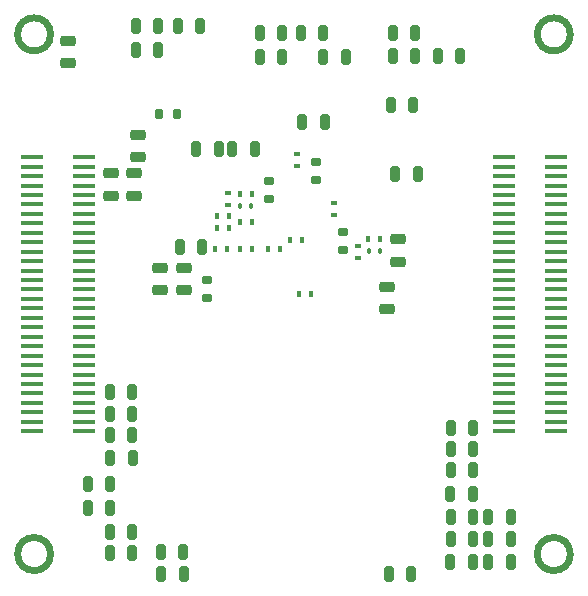
<source format=gbr>
%TF.GenerationSoftware,KiCad,Pcbnew,8.0.1*%
%TF.CreationDate,2024-05-09T15:37:21+08:00*%
%TF.ProjectId,ProDocument_ZYNQ7020_V1_2024-04-10,50726f44-6f63-4756-9d65-6e745f5a594e,rev?*%
%TF.SameCoordinates,Original*%
%TF.FileFunction,Paste,Bot*%
%TF.FilePolarity,Positive*%
%FSLAX46Y46*%
G04 Gerber Fmt 4.6, Leading zero omitted, Abs format (unit mm)*
G04 Created by KiCad (PCBNEW 8.0.1) date 2024-05-09 15:37:21*
%MOMM*%
%LPD*%
G01*
G04 APERTURE LIST*
G04 Aperture macros list*
%AMRoundRect*
0 Rectangle with rounded corners*
0 $1 Rounding radius*
0 $2 $3 $4 $5 $6 $7 $8 $9 X,Y pos of 4 corners*
0 Add a 4 corners polygon primitive as box body*
4,1,4,$2,$3,$4,$5,$6,$7,$8,$9,$2,$3,0*
0 Add four circle primitives for the rounded corners*
1,1,$1+$1,$2,$3*
1,1,$1+$1,$4,$5*
1,1,$1+$1,$6,$7*
1,1,$1+$1,$8,$9*
0 Add four rect primitives between the rounded corners*
20,1,$1+$1,$2,$3,$4,$5,0*
20,1,$1+$1,$4,$5,$6,$7,0*
20,1,$1+$1,$6,$7,$8,$9,0*
20,1,$1+$1,$8,$9,$2,$3,0*%
G04 Aperture macros list end*
%ADD10C,0.600000*%
%ADD11RoundRect,0.096900X-0.096900X-0.146900X0.096900X-0.146900X0.096900X0.146900X-0.096900X0.146900X0*%
%ADD12RoundRect,0.211900X-0.211900X-0.436900X0.211900X-0.436900X0.211900X0.436900X-0.211900X0.436900X0*%
%ADD13RoundRect,0.211900X0.211900X0.436900X-0.211900X0.436900X-0.211900X-0.436900X0.211900X-0.436900X0*%
%ADD14RoundRect,0.211900X0.436900X-0.211900X0.436900X0.211900X-0.436900X0.211900X-0.436900X-0.211900X0*%
%ADD15RoundRect,0.211900X-0.436900X0.211900X-0.436900X-0.211900X0.436900X-0.211900X0.436900X0.211900X0*%
%ADD16RoundRect,0.096900X0.096900X0.146900X-0.096900X0.146900X-0.096900X-0.146900X0.096900X-0.146900X0*%
%ADD17RoundRect,0.096900X-0.146900X0.096900X-0.146900X-0.096900X0.146900X-0.096900X0.146900X0.096900X0*%
%ADD18RoundRect,0.186900X0.186900X0.211900X-0.186900X0.211900X-0.186900X-0.211900X0.186900X-0.211900X0*%
%ADD19RoundRect,0.186900X-0.211900X0.186900X-0.211900X-0.186900X0.211900X-0.186900X0.211900X0.186900X0*%
%ADD20RoundRect,0.186900X0.211900X-0.186900X0.211900X0.186900X-0.211900X0.186900X-0.211900X-0.186900X0*%
%ADD21RoundRect,0.096900X0.146900X-0.096900X0.146900X0.096900X-0.146900X0.096900X-0.146900X-0.096900X0*%
%ADD22RoundRect,0.101900X-0.101900X-0.131900X0.101900X-0.131900X0.101900X0.131900X-0.101900X0.131900X0*%
%ADD23R,1.847600X0.347600*%
G04 APERTURE END LIST*
D10*
X164179203Y-99310797D02*
G75*
G02*
X161379203Y-99310797I-1400000J0D01*
G01*
X161379203Y-99310797D02*
G75*
G02*
X164179203Y-99310797I1400000J0D01*
G01*
X164179203Y-55310797D02*
G75*
G02*
X161379203Y-55310797I-1400000J0D01*
G01*
X161379203Y-55310797D02*
G75*
G02*
X164179203Y-55310797I1400000J0D01*
G01*
X208179203Y-99310797D02*
G75*
G02*
X205379203Y-99310797I-1400000J0D01*
G01*
X205379203Y-99310797D02*
G75*
G02*
X208179203Y-99310797I1400000J0D01*
G01*
X208179203Y-55310797D02*
G75*
G02*
X205379203Y-55310797I-1400000J0D01*
G01*
X205379203Y-55310797D02*
G75*
G02*
X208179203Y-55310797I1400000J0D01*
G01*
D11*
%TO.C,R20*%
X180179203Y-73510797D03*
X181199201Y-73510797D03*
%TD*%
D12*
%TO.C,C16*%
X169205203Y-97410797D03*
X171105203Y-97410797D03*
%TD*%
D13*
%TO.C,C24*%
X199953203Y-90410797D03*
X198053203Y-90410797D03*
%TD*%
D12*
%TO.C,C50*%
X185379203Y-55190254D03*
X187279203Y-55190254D03*
%TD*%
D14*
%TO.C,C47*%
X193579202Y-74560798D03*
X193579202Y-72660798D03*
%TD*%
D15*
%TO.C,C53*%
X171279204Y-67059296D03*
X171279204Y-68959296D03*
%TD*%
D12*
%TO.C,C36*%
X198027703Y-94210797D03*
X199927703Y-94210797D03*
%TD*%
D16*
%TO.C,R38*%
X181199202Y-68810797D03*
X180179204Y-68810797D03*
%TD*%
D15*
%TO.C,C78*%
X165679203Y-55860798D03*
X165679203Y-57760796D03*
%TD*%
D13*
%TO.C,C59*%
X195266348Y-67090254D03*
X193366348Y-67090254D03*
%TD*%
D12*
%TO.C,C70*%
X171379203Y-56610797D03*
X173279203Y-56610797D03*
%TD*%
D17*
%TO.C,R82*%
X185079203Y-65400798D03*
X185079203Y-66420796D03*
%TD*%
D12*
%TO.C,C19*%
X169205203Y-85610797D03*
X171105203Y-85610797D03*
%TD*%
%TO.C,C35*%
X201227702Y-98010798D03*
X203127702Y-98010798D03*
%TD*%
D13*
%TO.C,C43*%
X169229203Y-93410797D03*
X167329203Y-93410797D03*
%TD*%
D12*
%TO.C,C60*%
X175118348Y-73290254D03*
X177018348Y-73290254D03*
%TD*%
D13*
%TO.C,C30*%
X199953204Y-96210797D03*
X198053204Y-96210797D03*
%TD*%
%TO.C,C69*%
X176829202Y-54610797D03*
X174929204Y-54610797D03*
%TD*%
D11*
%TO.C,R28*%
X178079203Y-73510797D03*
X179099201Y-73510797D03*
%TD*%
%TO.C,R3*%
X191069204Y-72610797D03*
X192089202Y-72610797D03*
%TD*%
D15*
%TO.C,C63*%
X171592348Y-63816254D03*
X171592348Y-65716254D03*
%TD*%
D13*
%TO.C,C58*%
X194866348Y-61290254D03*
X192966348Y-61290254D03*
%TD*%
D18*
%TO.C,C44*%
X174867348Y-62090254D03*
X173317348Y-62090254D03*
%TD*%
D12*
%TO.C,C40*%
X192827704Y-101010797D03*
X194727704Y-101010797D03*
%TD*%
%TO.C,C68*%
X171379203Y-54610797D03*
X173279203Y-54610797D03*
%TD*%
%TO.C,C75*%
X176529204Y-65010797D03*
X178429204Y-65010797D03*
%TD*%
D13*
%TO.C,C33*%
X175453203Y-101010797D03*
X173553203Y-101010797D03*
%TD*%
D19*
%TO.C,C71*%
X186679203Y-66110797D03*
X186679203Y-67660797D03*
%TD*%
D15*
%TO.C,C82*%
X175479204Y-75060798D03*
X175479204Y-76960798D03*
%TD*%
D13*
%TO.C,C49*%
X183779203Y-57210797D03*
X181879203Y-57210797D03*
%TD*%
D11*
%TO.C,R37*%
X180179203Y-71210797D03*
X181199201Y-71210797D03*
%TD*%
D13*
%TO.C,C23*%
X199953203Y-88610797D03*
X198053203Y-88610797D03*
%TD*%
D11*
%TO.C,R2*%
X184459205Y-72710797D03*
X185479203Y-72710797D03*
%TD*%
D20*
%TO.C,C73*%
X182692348Y-69240254D03*
X182692348Y-67690254D03*
%TD*%
D21*
%TO.C,R1*%
X188179203Y-70630795D03*
X188179203Y-69610797D03*
%TD*%
D22*
%TO.C,C1*%
X191099203Y-73610798D03*
X192059203Y-73610798D03*
%TD*%
D13*
%TO.C,C74*%
X181453204Y-65010797D03*
X179553204Y-65010797D03*
%TD*%
%TO.C,C42*%
X171130704Y-91210797D03*
X169230704Y-91210797D03*
%TD*%
D12*
%TO.C,C27*%
X187279203Y-57210797D03*
X189179201Y-57210797D03*
%TD*%
D11*
%TO.C,R33*%
X178259205Y-70710797D03*
X179279203Y-70710797D03*
%TD*%
D21*
%TO.C,R34*%
X179179203Y-69730795D03*
X179179203Y-68710797D03*
%TD*%
D12*
%TO.C,C15*%
X169201709Y-99251298D03*
X171101709Y-99251298D03*
%TD*%
D20*
%TO.C,C21*%
X177392348Y-77665254D03*
X177392348Y-76115254D03*
%TD*%
D23*
%TO.C,CN1*%
X206979203Y-88910797D03*
X202579203Y-88910797D03*
X206979203Y-88110797D03*
X202579203Y-88110797D03*
X206979203Y-87310797D03*
X202579203Y-87310797D03*
X206979203Y-86510796D03*
X202579203Y-86510796D03*
X206979203Y-85710797D03*
X202579203Y-85710797D03*
X206979202Y-84910797D03*
X202579204Y-84910797D03*
X206979203Y-84110797D03*
X202579203Y-84110797D03*
X206979203Y-83310797D03*
X202579203Y-83310797D03*
X206979203Y-82510797D03*
X202579203Y-82510797D03*
X206979203Y-81710797D03*
X202579203Y-81710797D03*
X206979203Y-80910796D03*
X202579203Y-80910796D03*
X206979203Y-80110797D03*
X202579203Y-80110797D03*
X206979202Y-79310797D03*
X202579204Y-79310797D03*
X206979203Y-78510797D03*
X202579203Y-78510797D03*
X206979203Y-77710797D03*
X202579203Y-77710797D03*
X206979203Y-76910797D03*
X202579203Y-76910797D03*
X206979203Y-76110797D03*
X202579203Y-76110797D03*
X206979202Y-75310797D03*
X202579204Y-75310797D03*
X206979203Y-74510797D03*
X202579203Y-74510797D03*
X206979203Y-73710798D03*
X202579203Y-73710798D03*
X206979203Y-72910797D03*
X202579203Y-72910797D03*
X206979203Y-72110797D03*
X202579203Y-72110797D03*
X206979203Y-71310797D03*
X202579203Y-71310797D03*
X206979203Y-70510797D03*
X202579203Y-70510797D03*
X206979202Y-69710797D03*
X202579204Y-69710797D03*
X206979203Y-68910797D03*
X202579203Y-68910797D03*
X206979203Y-68110798D03*
X202579203Y-68110798D03*
X206979203Y-67310797D03*
X202579203Y-67310797D03*
X206979203Y-66510797D03*
X202579203Y-66510797D03*
X206979203Y-65710797D03*
X202579203Y-65710797D03*
%TD*%
D12*
%TO.C,C39*%
X173529203Y-99110798D03*
X175429203Y-99110798D03*
%TD*%
D22*
%TO.C,C48*%
X180179205Y-69810797D03*
X181139205Y-69810797D03*
%TD*%
D12*
%TO.C,C18*%
X169205204Y-87410797D03*
X171105204Y-87410797D03*
%TD*%
D13*
%TO.C,C26*%
X199953203Y-98010798D03*
X198053203Y-98010798D03*
%TD*%
D12*
%TO.C,C62*%
X193155204Y-55160797D03*
X195055204Y-55160797D03*
%TD*%
D15*
%TO.C,C61*%
X173479203Y-75060797D03*
X173479203Y-76960797D03*
%TD*%
D16*
%TO.C,R36*%
X179279202Y-71710797D03*
X178259204Y-71710797D03*
%TD*%
D12*
%TO.C,C76*%
X181879203Y-55190254D03*
X183779203Y-55190254D03*
%TD*%
%TO.C,C17*%
X169205204Y-89210798D03*
X171105204Y-89210798D03*
%TD*%
D21*
%TO.C,R6*%
X190179203Y-74220796D03*
X190179203Y-73200798D03*
%TD*%
D12*
%TO.C,C65*%
X193155203Y-57110797D03*
X195055203Y-57110797D03*
%TD*%
D19*
%TO.C,C22*%
X188892348Y-72015254D03*
X188892348Y-73565254D03*
%TD*%
D23*
%TO.C,CN2*%
X166979203Y-88910797D03*
X162579203Y-88910797D03*
X166979203Y-88110797D03*
X162579203Y-88110797D03*
X166979203Y-87310797D03*
X162579203Y-87310797D03*
X166979203Y-86510796D03*
X162579203Y-86510796D03*
X166979203Y-85710797D03*
X162579203Y-85710797D03*
X166979202Y-84910797D03*
X162579204Y-84910797D03*
X166979203Y-84110797D03*
X162579203Y-84110797D03*
X166979203Y-83310797D03*
X162579203Y-83310797D03*
X166979203Y-82510797D03*
X162579203Y-82510797D03*
X166979203Y-81710797D03*
X162579203Y-81710797D03*
X166979203Y-80910796D03*
X162579203Y-80910796D03*
X166979203Y-80110797D03*
X162579203Y-80110797D03*
X166979202Y-79310797D03*
X162579204Y-79310797D03*
X166979203Y-78510797D03*
X162579203Y-78510797D03*
X166979203Y-77710797D03*
X162579203Y-77710797D03*
X166979203Y-76910797D03*
X162579203Y-76910797D03*
X166979203Y-76110797D03*
X162579203Y-76110797D03*
X166979202Y-75310797D03*
X162579204Y-75310797D03*
X166979203Y-74510797D03*
X162579203Y-74510797D03*
X166979203Y-73710798D03*
X162579203Y-73710798D03*
X166979203Y-72910797D03*
X162579203Y-72910797D03*
X166979203Y-72110797D03*
X162579203Y-72110797D03*
X166979203Y-71310797D03*
X162579203Y-71310797D03*
X166979203Y-70510797D03*
X162579203Y-70510797D03*
X166979202Y-69710797D03*
X162579204Y-69710797D03*
X166979203Y-68910797D03*
X162579203Y-68910797D03*
X166979203Y-68110798D03*
X162579203Y-68110798D03*
X166979203Y-67310797D03*
X162579203Y-67310797D03*
X166979203Y-66510797D03*
X162579203Y-66510797D03*
X166979203Y-65710797D03*
X162579203Y-65710797D03*
%TD*%
D14*
%TO.C,C41*%
X192679204Y-78562298D03*
X192679204Y-76662298D03*
%TD*%
D12*
%TO.C,C67*%
X185479204Y-62760797D03*
X187379204Y-62760797D03*
%TD*%
D13*
%TO.C,C37*%
X169230704Y-95410799D03*
X167330704Y-95410799D03*
%TD*%
D15*
%TO.C,C51*%
X169279203Y-67059296D03*
X169279203Y-68959296D03*
%TD*%
D13*
%TO.C,C64*%
X198853203Y-57110797D03*
X196953203Y-57110797D03*
%TD*%
D16*
%TO.C,R19*%
X183599202Y-73510797D03*
X182579204Y-73510797D03*
%TD*%
D12*
%TO.C,C34*%
X198027703Y-100010798D03*
X199927703Y-100010798D03*
%TD*%
D13*
%TO.C,C31*%
X203153204Y-100010798D03*
X201253204Y-100010798D03*
%TD*%
%TO.C,C25*%
X199953204Y-92210797D03*
X198053204Y-92210797D03*
%TD*%
D11*
%TO.C,R22*%
X185190001Y-77300000D03*
X186209999Y-77300000D03*
%TD*%
D12*
%TO.C,C38*%
X201227702Y-96210797D03*
X203127702Y-96210797D03*
%TD*%
M02*

</source>
